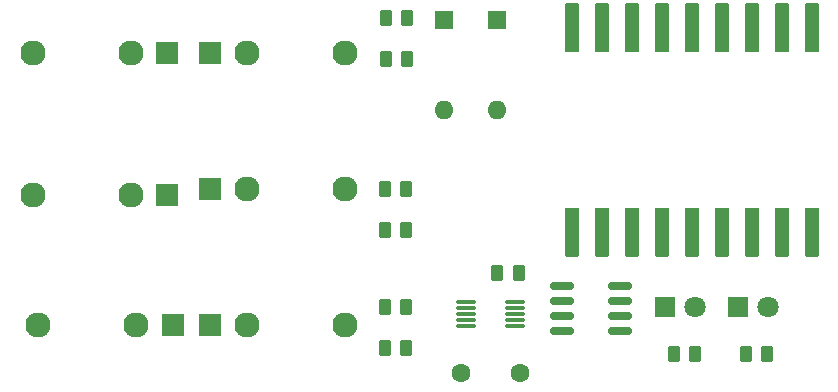
<source format=gts>
G04 #@! TF.GenerationSoftware,KiCad,Pcbnew,8.0.7*
G04 #@! TF.CreationDate,2025-06-18T23:27:42-07:00*
G04 #@! TF.ProjectId,ESP32_MIDI2CV,45535033-325f-44d4-9944-493243562e6b,rev?*
G04 #@! TF.SameCoordinates,Original*
G04 #@! TF.FileFunction,Soldermask,Top*
G04 #@! TF.FilePolarity,Negative*
%FSLAX46Y46*%
G04 Gerber Fmt 4.6, Leading zero omitted, Abs format (unit mm)*
G04 Created by KiCad (PCBNEW 8.0.7) date 2025-06-18 23:27:42*
%MOMM*%
%LPD*%
G01*
G04 APERTURE LIST*
G04 Aperture macros list*
%AMRoundRect*
0 Rectangle with rounded corners*
0 $1 Rounding radius*
0 $2 $3 $4 $5 $6 $7 $8 $9 X,Y pos of 4 corners*
0 Add a 4 corners polygon primitive as box body*
4,1,4,$2,$3,$4,$5,$6,$7,$8,$9,$2,$3,0*
0 Add four circle primitives for the rounded corners*
1,1,$1+$1,$2,$3*
1,1,$1+$1,$4,$5*
1,1,$1+$1,$6,$7*
1,1,$1+$1,$8,$9*
0 Add four rect primitives between the rounded corners*
20,1,$1+$1,$2,$3,$4,$5,0*
20,1,$1+$1,$4,$5,$6,$7,0*
20,1,$1+$1,$6,$7,$8,$9,0*
20,1,$1+$1,$8,$9,$2,$3,0*%
%AMFreePoly0*
4,1,11,0.600000,-3.000000,0.580902,-3.058779,0.530902,-3.095106,0.500000,-3.100000,-0.500000,-3.100000,-0.558779,-3.080902,-0.595106,-3.030902,-0.600000,-3.000000,-0.600000,1.000000,0.600000,1.000000,0.600000,-3.000000,0.600000,-3.000000,$1*%
G04 Aperture macros list end*
%ADD10RoundRect,0.250000X0.262500X0.450000X-0.262500X0.450000X-0.262500X-0.450000X0.262500X-0.450000X0*%
%ADD11R,1.830000X1.930000*%
%ADD12C,2.130000*%
%ADD13R,1.800000X1.800000*%
%ADD14C,1.800000*%
%ADD15RoundRect,0.150000X0.825000X0.150000X-0.825000X0.150000X-0.825000X-0.150000X0.825000X-0.150000X0*%
%ADD16RoundRect,0.087500X0.725000X0.087500X-0.725000X0.087500X-0.725000X-0.087500X0.725000X-0.087500X0*%
%ADD17RoundRect,0.250000X-0.262500X-0.450000X0.262500X-0.450000X0.262500X0.450000X-0.262500X0.450000X0*%
%ADD18FreePoly0,180.000000*%
%ADD19FreePoly0,0.000000*%
%ADD20R,1.600000X1.600000*%
%ADD21O,1.600000X1.600000*%
%ADD22C,1.600000*%
G04 APERTURE END LIST*
D10*
X167325000Y-48000000D03*
X165500000Y-48000000D03*
D11*
X150720000Y-48000000D03*
D12*
X162120000Y-48000000D03*
X153820000Y-48000000D03*
D13*
X189230000Y-58000000D03*
D14*
X191770000Y-58000000D03*
D11*
X147100000Y-48500000D03*
D12*
X135700000Y-48500000D03*
X144000000Y-48500000D03*
D15*
X185450000Y-60000000D03*
X185450000Y-58730000D03*
X185450000Y-57460000D03*
X185450000Y-56190000D03*
X180500000Y-56190000D03*
X180500000Y-57460000D03*
X180500000Y-58730000D03*
X180500000Y-60000000D03*
D16*
X176587500Y-59595000D03*
X176587500Y-59095000D03*
X176587500Y-58595000D03*
X176587500Y-58095000D03*
X176587500Y-57595000D03*
X172362500Y-57595000D03*
X172362500Y-58095000D03*
X172362500Y-58595000D03*
X172362500Y-59095000D03*
X172362500Y-59595000D03*
D17*
X196087500Y-62000000D03*
X197912500Y-62000000D03*
D10*
X176887500Y-55095000D03*
X175062500Y-55095000D03*
D18*
X201660000Y-35380000D03*
X199120000Y-35380000D03*
X196580000Y-35380000D03*
X194040000Y-35380000D03*
X191500000Y-35380000D03*
X188960000Y-35380000D03*
X186420000Y-35380000D03*
X183880000Y-35380000D03*
X181340000Y-35380000D03*
D19*
X181340000Y-50620000D03*
X183880000Y-50620000D03*
X186420000Y-50620000D03*
X188960000Y-50620000D03*
X191500000Y-50620000D03*
X194040000Y-50620000D03*
X196580000Y-50620000D03*
X199120000Y-50620000D03*
X201660000Y-50620000D03*
D20*
X175000000Y-33690000D03*
D21*
X175000000Y-41310000D03*
D11*
X147600000Y-59500000D03*
D12*
X136200000Y-59500000D03*
X144500000Y-59500000D03*
D10*
X167325000Y-58000000D03*
X165500000Y-58000000D03*
D13*
X195460000Y-58000000D03*
D14*
X198000000Y-58000000D03*
D17*
X190000000Y-62000000D03*
X191825000Y-62000000D03*
D10*
X167412500Y-33500000D03*
X165587500Y-33500000D03*
X167325000Y-61500000D03*
X165500000Y-61500000D03*
X167325000Y-51500000D03*
X165500000Y-51500000D03*
D11*
X147100000Y-36500000D03*
D12*
X135700000Y-36500000D03*
X144000000Y-36500000D03*
D11*
X150720000Y-59500000D03*
D12*
X162120000Y-59500000D03*
X153820000Y-59500000D03*
D11*
X150720000Y-36500000D03*
D12*
X162120000Y-36500000D03*
X153820000Y-36500000D03*
D20*
X170500000Y-33690000D03*
D21*
X170500000Y-41310000D03*
D22*
X171975000Y-63595000D03*
X176975000Y-63595000D03*
D10*
X167412500Y-37000000D03*
X165587500Y-37000000D03*
M02*

</source>
